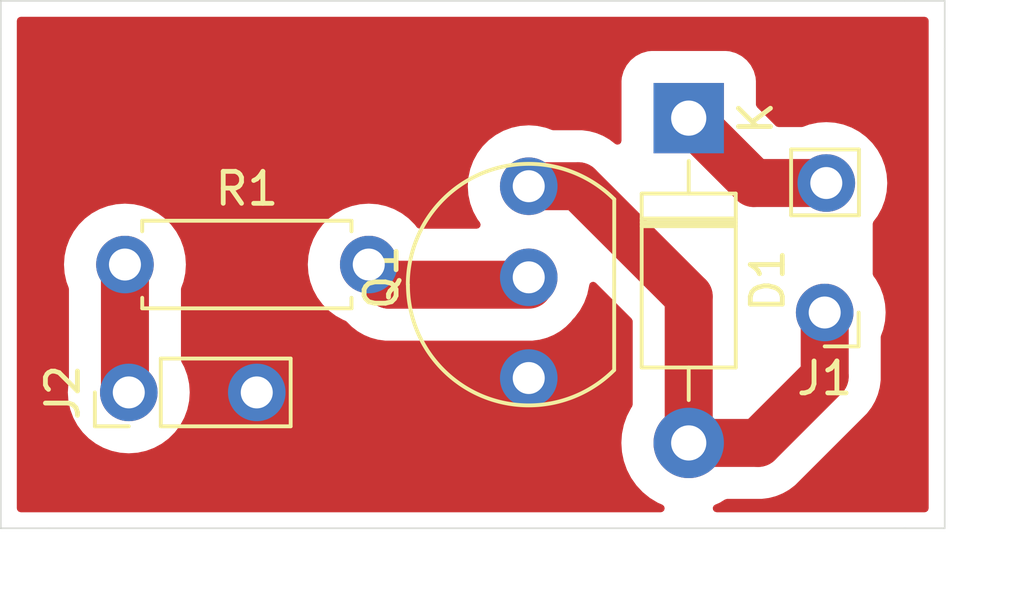
<source format=kicad_pcb>
(kicad_pcb (version 20240108) (generator "pcbnew") (generator_version "8.0")
  (title_block (title "Vibration Motor") (date "2024-12-29") (rev "v2") (company "The Garage Agency, LLC") (comment 1 "Cyril Engmann"))
  (layers (0 "F.Cu" signal) (31 "B.Cu" signal) (34 "B.Paste" user) (35 "F.Paste" user) (36 "B.SilkS" user "B.Silkscreen") (37 "F.SilkS" user "F.Silkscreen") (38 "B.Mask" user) (39 "F.Mask" user) (44 "Edge.Cuts" user))
  (net 0 "")
  (net 1 "GND")
  (net 2 "Net-(J2-Pin_1)")
  (net 3 "Net-(Q1-B)")
  (net 4 "Net-(D1-A)")
  (net 5 "+3V3")
  (footprint "Connector_PinHeader_2.00mm:PinHeader_1x02_P2.00mm_Vertical" (layer "F.Cu") (at 135 83.25 180)
    (property "Reference" "J1" (at 0 -2.06 0) (layer "F.SilkS"))
    (property "Value" "Conn_01x02_Pin")
    (fp_line (start 1.05 3.04) (end 1.05 5.1) (stroke (width 0.12)) (layer "F.SilkS"))
    (fp_line (start -1.06 0) (end -1.06 -1.06) (stroke (width 0.12)) (layer "F.SilkS"))
    (fp_line (start -1.06 -1.06) (end 0 -1.06) (stroke (width 0.12)) (layer "F.SilkS"))
    (fp_line (start -1.07 5.1) (end 1.05 5.1) (stroke (width 0.12)) (layer "F.SilkS"))
    (fp_line (start -1.07 3.04) (end 1.05 3.04) (stroke (width 0.12)) (layer "F.SilkS"))
    (fp_line (start -1.07 3.04) (end -1.07 5.1) (stroke (width 0.12)) (layer "F.SilkS"))
    (pad "1" thru_hole circle (at 0 0 180) (size 1.8 1.8) (drill 1) (layers "*.Cu" "*.Mask") (net 4 "Net-(D1-A)"))
    (pad "2" thru_hole circle (at -0.05 4.05 180) (size 1.8 1.8) (drill 1) (layers "*.Cu" "*.Mask") (net 5 "+3V3"))
  )
  (footprint "Diode_THT:D_DO-41_SOD81_P10.16mm_Horizontal" (layer "F.Cu") (at 130.75 77.17 -90)
    (property "Reference" "D1" (at 5.08 -2.47 90) (layer "F.SilkS"))
    (property "Value" "1N4007")
    (fp_line (start 2.36 1.47) (end 7.8 1.47) (stroke (width 0.12)) (layer "F.SilkS"))
    (fp_line (start 7.8 1.47) (end 7.8 -1.47) (stroke (width 0.12)) (layer "F.SilkS"))
    (fp_line (start 1.34 0) (end 2.36 0) (stroke (width 0.12)) (layer "F.SilkS"))
    (fp_line (start 8.82 0) (end 7.8 0) (stroke (width 0.12)) (layer "F.SilkS"))
    (fp_line (start 2.36 -1.47) (end 2.36 1.47) (stroke (width 0.12)) (layer "F.SilkS"))
    (fp_line (start 3.14 -1.47) (end 3.14 1.47) (stroke (width 0.12)) (layer "F.SilkS"))
    (fp_line (start 3.26 -1.47) (end 3.26 1.47) (stroke (width 0.12)) (layer "F.SilkS"))
    (fp_line (start 3.38 -1.47) (end 3.38 1.47) (stroke (width 0.12)) (layer "F.SilkS"))
    (fp_line (start 7.8 -1.47) (end 2.36 -1.47) (stroke (width 0.12)) (layer "F.SilkS"))
    (fp_text user "K" (at 0 -2.1 90) (layer "F.SilkS"))
    (pad "1" thru_hole rect (at 0 0 270) (size 2.2 2.2) (drill 1.1) (layers "*.Cu" "*.Mask") (net 5 "+3V3"))
    (pad "2" thru_hole oval (at 10.16 0 270) (size 2.2 2.2) (drill 1.1) (layers "*.Cu" "*.Mask") (net 4 "Net-(D1-A)"))
  )
  (footprint "Resistor_THT:R_Axial_DIN0207_L6.3mm_D2.5mm_P7.62mm_Horizontal" (layer "F.Cu") (at 113.13 81.75)
    (property "Reference" "R1" (at 3.81 -2.37 0) (layer "F.SilkS"))
    (property "Value" "1K")
    (fp_line (start 0.54 -1.37) (end 7.08 -1.37) (stroke (width 0.12)) (layer "F.SilkS"))
    (fp_line (start 0.54 -1.04) (end 0.54 -1.37) (stroke (width 0.12)) (layer "F.SilkS"))
    (fp_line (start 0.54 1.04) (end 0.54 1.37) (stroke (width 0.12)) (layer "F.SilkS"))
    (fp_line (start 0.54 1.37) (end 7.08 1.37) (stroke (width 0.12)) (layer "F.SilkS"))
    (fp_line (start 7.08 -1.37) (end 7.08 -1.04) (stroke (width 0.12)) (layer "F.SilkS"))
    (fp_line (start 7.08 1.37) (end 7.08 1.04) (stroke (width 0.12)) (layer "F.SilkS"))
    (pad "1" thru_hole circle (at 0 0) (size 1.8 1.8) (drill 1) (layers "*.Cu" "*.Mask") (net 2 "Net-(J2-Pin_1)"))
    (pad "2" thru_hole oval (at 7.62 0) (size 1.8 1.8) (drill 1) (layers "*.Cu" "*.Mask") (net 3 "Net-(Q1-B)"))
  )
  (footprint "Package_TO_SOT_THT:TO-92_Inline" (layer "F.Cu") (at 125.75 83.65 90)
    (property "Reference" "Q1" (at 1.5 -4.6 90) (layer "F.SilkS"))
    (property "Value" "PN2222A")
    (fp_line (start -1.399868 2.669868) (end 3.942396 2.672396) (stroke (width 0.12)) (layer "F.SilkS"))
    (fp_arc (start 1.27 -3.779338) (mid 4.761653 -1.44629) (end 3.942396 2.672396) (stroke (width 0.12)) (layer "F.SilkS"))
    (fp_arc (start -1.399868 2.669868) (mid -2.218351 -1.444922) (end 1.27 -3.775764) (stroke (width 0.12)) (layer "F.SilkS"))
    (pad "1" thru_hole circle (at -1.65 0 90) (size 1.8 1.8) (drill 1) (layers "*.Cu" "*.Mask") (net 1 "GND"))
    (pad "2" thru_hole circle (at 1.5 0 90) (size 1.8 1.8) (drill 1) (layers "*.Cu" "*.Mask") (net 3 "Net-(Q1-B)"))
    (pad "3" thru_hole circle (at 4.35 0 90) (size 1.8 1.8) (drill 1) (layers "*.Cu" "*.Mask") (net 4 "Net-(D1-A)"))
  )
  (footprint "Connector_PinHeader_2.00mm:PinHeader_1x03_P2.00mm_Vertical" (layer "F.Cu") (at 113.25 85.75 90)
    (property "Reference" "J2" (at 0 -2.06 90) (layer "F.SilkS"))
    (property "Value" "Conn_01x03_Pin")
    (fp_line (start -1.06 -1.06) (end 0 -1.06) (stroke (width 0.12)) (layer "F.SilkS"))
    (fp_line (start -1.06 0) (end -1.06 -1.06) (stroke (width 0.12)) (layer "F.SilkS"))
    (fp_line (start 1.06 1) (end 1.06 5.06) (stroke (width 0.12)) (layer "F.SilkS"))
    (fp_line (start -1.06 1) (end 1.06 1) (stroke (width 0.12)) (layer "F.SilkS"))
    (fp_line (start -1.06 1) (end -1.06 5.06) (stroke (width 0.12)) (layer "F.SilkS"))
    (fp_line (start -1.06 5.06) (end 1.06 5.06) (stroke (width 0.12)) (layer "F.SilkS"))
    (pad "1" thru_hole circle (at 0 0 90) (size 1.8 1.8) (drill 1) (layers "*.Cu" "*.Mask") (net 2 "Net-(J2-Pin_1)"))
    (pad "3" thru_hole circle (at 0 4 90) (size 1.8 1.8) (drill 1) (layers "*.Cu" "*.Mask") (net 1 "GND"))
  )
  (gr_line (start 109.25 73.5) (end 137.5 73.5) (stroke (width 0.05)) (layer "Edge.Cuts"))
  (gr_line (start 137.5 73.5) (end 138.75 73.5) (stroke (width 0.05)) (layer "Edge.Cuts"))
  (gr_line (start 137.5 90) (end 110.75 90) (stroke (width 0.05)) (layer "Edge.Cuts"))
  (gr_line (start 138.75 75) (end 138.75 90) (stroke (width 0.05)) (layer "Edge.Cuts"))
  (gr_line (start 109.25 75) (end 109.25 73.5) (stroke (width 0.05)) (layer "Edge.Cuts"))
  (gr_line (start 110.75 90) (end 109.25 90) (stroke (width 0.05)) (layer "Edge.Cuts"))
  (gr_line (start 137.5 90) (end 138.75 90) (stroke (width 0.05)) (layer "Edge.Cuts"))
  (gr_line (start 138.75 75) (end 138.75 73.5) (stroke (width 0.05)) (layer "Edge.Cuts"))
  (gr_line (start 109.25 90) (end 109.25 75) (stroke (width 0.05)) (layer "Edge.Cuts"))
  (segment (start 113.13 85.63) (end 113.25 85.75) (width 1.5) (layer "F.Cu") (net 2))
  (segment (start 113.13 81.75) (end 113.13 85.63) (width 1.5) (layer "F.Cu") (net 2))
  (segment (start 121.38 82.38) (end 120.75 81.75) (width 1.5) (layer "F.Cu") (net 3))
  (segment (start 125.75 82.38) (end 121.38 82.38) (width 1.5) (layer "F.Cu") (net 3))
  (segment (start 130.75 87.33) (end 132.92 87.33) (width 1.5) (layer "F.Cu") (net 4))
  (segment (start 132.92 87.33) (end 135 85.25) (width 1.5) (layer "F.Cu") (net 4))
  (segment (start 125.75 79.3) (end 127.3 79.3) (width 1.5) (layer "F.Cu") (net 4))
  (segment (start 130.75 82.75) (end 130.75 87.33) (width 1.5) (layer "F.Cu") (net 4))
  (segment (start 127.3 79.3) (end 130.75 82.75) (width 1.5) (layer "F.Cu") (net 4))
  (segment (start 135 85.25) (end 135 83.25) (width 1.5) (layer "F.Cu") (net 4))
  (segment (start 135.05 79.2) (end 132.78 79.2) (width 1.5) (layer "F.Cu") (net 5))
  (segment (start 130.58 77) (end 130.75 77.17) (width 1.5) (layer "F.Cu") (net 5))
  (segment (start 132.78 79.2) (end 130.75 77.17) (width 1.5) (layer "F.Cu") (net 5))
  (zone (net 1) (net_name "GND") (layer "F.Cu") (connect_pads yes (clearance 1)) (min_thickness 0.25) (fill yes (thermal_gap 0.5) (thermal_bridge_width 0.5))
    (polygon (pts (xy 138.75 90) (xy 138.75 73.5) (xy 109.25 73.5) (xy 109.25 90)))
  )
  (zone (net 0) (net_name "") (layers "F&B.Cu" "Edge.Cuts") (connect_pads yes (clearance 0)) (min_thickness 0.25)
    (keepout (tracks not_allowed) (vias not_allowed) (pads not_allowed) (copperpour not_allowed) (footprints allowed))
    (fill (thermal_gap 0.5) (thermal_bridge_width 0.5))
    (polygon (pts (xy 129.25 79) (xy 131 79) (xy 132.5 80.5) (xy 136.5 80.5) (xy 136.5 82.25) (xy 133.75 82.25) (xy 133.75 84.5) (xy 132.5 85.5) (xy 132 82)))
  )
)
</source>
